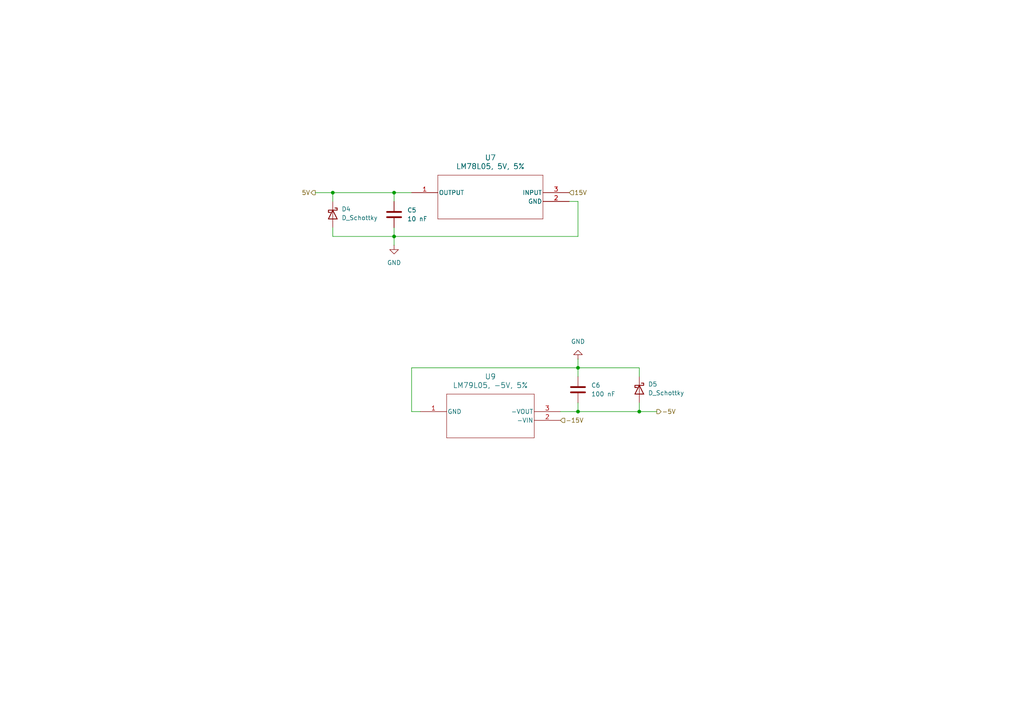
<source format=kicad_sch>
(kicad_sch (version 20250114) (generator "eeschema") (generator_version "9.0")
  (paper "A4")
  (lib_symbols
    (symbol "Device:C" (pin_numbers (hide yes)) (pin_names (offset 0.254))
      (property "Reference" "C" (at 0.635 2.54 0))
      (property "Value" "C" (at 0.635 -2.54 0))
      (symbol "C_0_1"
        (polyline (pts (xy -2.032 0.762) (xy 2.032 0.762)) (stroke (width 0.508)))
        (polyline (pts (xy -2.032 -0.762) (xy 2.032 -0.762)) (stroke (width 0.508)))
      )
      (symbol "C_1_1"
        (pin passive line (at 0 3.81 270) (length 2.794) (name "~") (number "1"))
        (pin passive line (at 0 -3.81 90) (length 2.794) (name "~") (number "2"))
      )
    )
    (symbol "Device:D_Schottky" (pin_numbers (hide yes)) (pin_names (offset 1.016) (hide yes))
      (property "Reference" "D" (at 0 2.54 0))
      (property "Value" "D_Schottky" (at 0 -2.54 0))
      (symbol "D_Schottky_0_1"
        (polyline (pts (xy -1.905 0.635) (xy -1.905 1.27) (xy -1.27 1.27) (xy -1.27 -1.27) (xy -0.635 -1.27) (xy -0.635 -0.635)) (stroke (width 0.254)))
        (polyline (pts (xy 1.27 1.27) (xy 1.27 -1.27) (xy -1.27 0) (xy 1.27 1.27)) (stroke (width 0.254)))
        (polyline (pts (xy 1.27 0) (xy -1.27 0)))
      )
      (symbol "D_Schottky_1_1"
        (pin passive line (at -3.81 0 0) (length 2.54) (name "K") (number "1"))
        (pin passive line (at 3.81 0 180) (length 2.54) (name "A") (number "2"))
      )
    )
    (symbol "LM78L:LM78L05ACZ_LFT1" (pin_names (offset 0.254))
      (property "Reference" "U" (at 22.86 10.16 0))
      (property "Value" "LM78L05ACZ/LFT1" (at 22.86 7.62 0))
      (symbol "LM78L05ACZ_LFT1_0_1"
        (polyline (pts (xy 7.62 5.08) (xy 7.62 -7.62)) (stroke (width 0.127)))
        (polyline (pts (xy 7.62 -7.62) (xy 38.1 -7.62)) (stroke (width 0.127)))
        (polyline (pts (xy 38.1 5.08) (xy 7.62 5.08)) (stroke (width 0.127)))
        (polyline (pts (xy 38.1 -7.62) (xy 38.1 5.08)) (stroke (width 0.127)))
        (pin output line (at 0 0 0) (length 7.62) (name "OUTPUT") (number "1"))
        (pin input line (at 45.72 0 180) (length 7.62) (name "INPUT") (number "3"))
        (pin power_in line (at 45.72 -2.54 180) (length 7.62) (name "GND") (number "2"))
      )
    )
    (symbol "LM79L:LM79L05ACZ_LFT1" (pin_names (offset 0.254))
      (property "Reference" "U" (at 20.32 10.16 0))
      (property "Value" "LM79L05ACZ/LFT1" (at 20.32 7.62 0))
      (symbol "LM79L05ACZ_LFT1_0_1"
        (polyline (pts (xy 7.62 5.08) (xy 7.62 -7.62)) (stroke (width 0.127)))
        (polyline (pts (xy 7.62 -7.62) (xy 33.02 -7.62)) (stroke (width 0.127)))
        (polyline (pts (xy 33.02 5.08) (xy 7.62 5.08)) (stroke (width 0.127)))
        (polyline (pts (xy 33.02 -7.62) (xy 33.02 5.08)) (stroke (width 0.127)))
        (pin power_in line (at 0 0 0) (length 7.62) (name "GND") (number "1"))
        (pin output line (at 40.64 0 180) (length 7.62) (name "-VOUT") (number "3"))
        (pin input line (at 40.64 -2.54 180) (length 7.62) (name "-VIN") (number "2"))
      )
    )
    (symbol "power:GND" (power) (pin_numbers (hide yes)) (pin_names (offset 0) (hide yes))
      (property "Value" "GND" (at 0 -3.81 0))
      (symbol "GND_0_1"
        (polyline (pts (xy 0 0) (xy 0 -1.27) (xy 1.27 -1.27) (xy 0 -2.54) (xy -1.27 -1.27) (xy 0 -1.27)))
      )
      (symbol "GND_1_1"
        (pin power_in line (at 0 0 270) (length 0) (name "~") (number "1"))
      )
    )
  )
  (junction (at 185.42 119.38))
  (junction (at 167.64 106.68))
  (junction (at 96.52 55.88))
  (junction (at 114.3 68.58))
  (junction (at 167.64 119.38))
  (junction (at 114.3 55.88))
  (wire (pts (xy 119.38 55.88) (xy 114.3 55.88)))
  (wire (pts (xy 167.64 68.58) (xy 167.64 58.42)))
  (wire (pts (xy 185.42 119.38) (xy 190.5 119.38)))
  (wire (pts (xy 162.56 119.38) (xy 167.64 119.38)))
  (wire (pts (xy 167.64 106.68) (xy 119.38 106.68)))
  (wire (pts (xy 114.3 55.88) (xy 96.52 55.88)))
  (wire (pts (xy 91.44 55.88) (xy 96.52 55.88)))
  (wire (pts (xy 167.64 106.68) (xy 185.42 106.68)))
  (wire (pts (xy 96.52 66.04) (xy 96.52 68.58)))
  (wire (pts (xy 114.3 55.88) (xy 114.3 58.42)))
  (wire (pts (xy 96.52 68.58) (xy 114.3 68.58)))
  (wire (pts (xy 167.64 109.22) (xy 167.64 106.68)))
  (wire (pts (xy 114.3 66.04) (xy 114.3 68.58)))
  (wire (pts (xy 165.1 58.42) (xy 167.64 58.42)))
  (wire (pts (xy 119.38 119.38) (xy 121.92 119.38)))
  (wire (pts (xy 114.3 68.58) (xy 167.64 68.58)))
  (wire (pts (xy 185.42 106.68) (xy 185.42 109.22)))
  (wire (pts (xy 167.64 116.84) (xy 167.64 119.38)))
  (wire (pts (xy 119.38 106.68) (xy 119.38 119.38)))
  (wire (pts (xy 96.52 55.88) (xy 96.52 58.42)))
  (wire (pts (xy 167.64 104.14) (xy 167.64 106.68)))
  (wire (pts (xy 167.64 119.38) (xy 185.42 119.38)))
  (wire (pts (xy 185.42 116.84) (xy 185.42 119.38)))
  (wire (pts (xy 114.3 68.58) (xy 114.3 71.12)))
  (hierarchical_label "5V" (shape output) (at 91.44 55.88 180))
  (hierarchical_label "-15V" (shape input) (at 162.56 121.92 0))
  (hierarchical_label "-5V" (shape output) (at 190.5 119.38 0))
  (hierarchical_label "15V" (shape input) (at 165.1 55.88 0))
  (symbol (lib_id "LM79L:LM79L05ACZ_LFT1") (at 121.92 119.38 0) (unit 1)
    (property "Reference" "U9" (at 142.24 109.22 0) (effects (font (size 1.524 1.524))))
    (property "Value" "LM79L05, -5V, 5%" (at 142.24 111.76 0) (effects (font (size 1.524 1.524))))
    (property "Footprint" "LP3_TEX" (effects (hide yes)))
    (property "Datasheet" "https://www.ti.com/lit/gpn/lm79l" (effects (hide yes)))
  )
  (symbol (lib_id "Device:C") (at 167.64 113.03 0) (unit 1)
    (property "Reference" "C6" (at 171.45 111.7599 0) (effects (justify left)))
    (property "Value" "100 nF" (at 171.45 114.2999 0) (effects (justify left)))
    (property "Description" "Unpolarized capacitor" (effects (hide yes)))
  )
  (symbol (lib_id "Device:C") (at 114.3 62.23 0) (unit 1)
    (property "Reference" "C5" (at 118.11 60.9599 0) (effects (justify left)))
    (property "Value" "10 nF" (at 118.11 63.4999 0) (effects (justify left)))
    (property "Description" "Unpolarized capacitor" (effects (hide yes)))
  )
  (symbol (lib_id "Device:D_Schottky") (at 185.42 113.03 270) (unit 1)
    (property "Reference" "D5" (at 187.96 111.4424 90) (effects (justify left)))
    (property "Value" "D_Schottky" (at 187.96 113.9824 90) (effects (justify left)))
    (property "Description" "Schottky diode" (effects (hide yes)))
  )
  (symbol (lib_id "Device:D_Schottky") (at 96.52 62.23 270) (unit 1)
    (property "Reference" "D4" (at 99.06 60.6424 90) (effects (justify left)))
    (property "Value" "D_Schottky" (at 99.06 63.1824 90) (effects (justify left)))
    (property "Description" "Schottky diode" (effects (hide yes)))
  )
  (symbol (lib_id "power:GND") (at 114.3 71.12 0) (unit 1)
    (property "Reference" "#PWR09" (effects (hide yes)))
    (property "Value" "GND" (at 114.3 76.2 0))
    (property "Description" "Power symbol creates a global label with name \"GND\" , ground" (effects (hide yes)))
  )
  (symbol (lib_id "LM78L:LM78L05ACZ_LFT1") (at 119.38 55.88 0) (unit 1)
    (property "Reference" "U7" (at 142.24 45.72 0) (effects (font (size 1.524 1.524))))
    (property "Value" "LM78L05, 5V, 5%" (at 142.24 48.26 0) (effects (font (size 1.524 1.524))))
    (property "Footprint" "LP3_TEX" (effects (hide yes)))
    (property "Datasheet" "https://www.ti.com/lit/gpn/lm78l" (effects (hide yes)))
  )
  (symbol (lib_id "power:GND") (at 167.64 104.14 180) (unit 1)
    (property "Reference" "#PWR010" (effects (hide yes)))
    (property "Value" "GND" (at 167.64 99.06 0))
    (property "Description" "Power symbol creates a global label with name \"GND\" , ground" (effects (hide yes)))
  )
)
</source>
